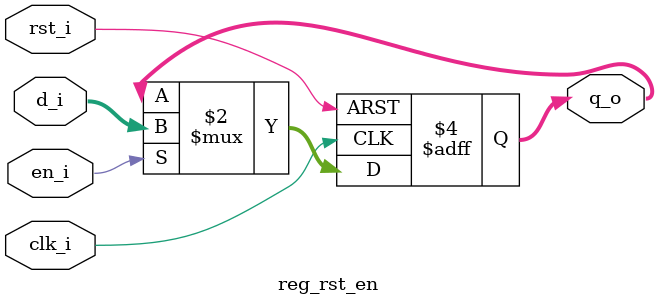
<source format=v>

module reg_rst_en #(
  parameter Width = 8
) (
  input                  clk_i,
  input                  rst_i,
  input                  en_i,
  input      [Width-1:0] d_i,
  output reg [Width-1:0] q_o
);

  always @(posedge clk_i, posedge rst_i) begin
    if (rst_i)
      q_o <= 0;
    else if (en_i)
      q_o <= d_i;
  end

endmodule
</source>
